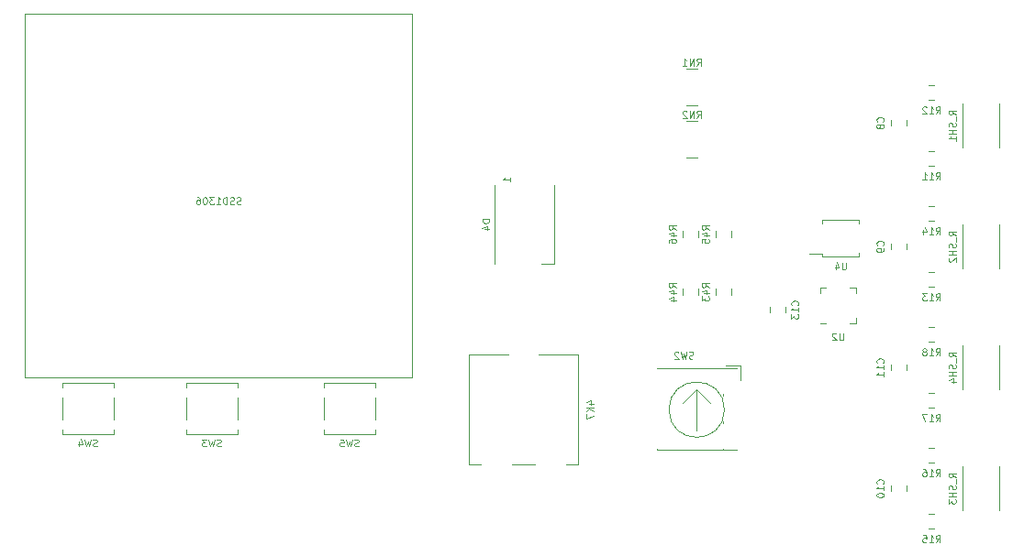
<source format=gbr>
G04 #@! TF.GenerationSoftware,KiCad,Pcbnew,(5.1.0-rc2-41-g6b3e9b0ed)*
G04 #@! TF.CreationDate,2021-09-28T16:44:10+02:00*
G04 #@! TF.ProjectId,styro_control,73747972-6f5f-4636-9f6e-74726f6c2e6b,rev?*
G04 #@! TF.SameCoordinates,Original*
G04 #@! TF.FileFunction,Legend,Bot*
G04 #@! TF.FilePolarity,Positive*
%FSLAX46Y46*%
G04 Gerber Fmt 4.6, Leading zero omitted, Abs format (unit mm)*
G04 Created by KiCad (PCBNEW (5.1.0-rc2-41-g6b3e9b0ed)) date 2021-09-28 16:44:10*
%MOMM*%
%LPD*%
G04 APERTURE LIST*
%ADD10C,0.120000*%
%ADD11C,0.090000*%
G04 APERTURE END LIST*
D10*
X138106000Y-101050000D02*
X136826000Y-102330000D01*
X139386000Y-102330000D02*
X138106000Y-101050000D01*
X138106000Y-101050000D02*
X138106000Y-104890000D01*
X142136000Y-98850000D02*
X140766000Y-98850000D01*
X142136000Y-100220000D02*
X142136000Y-98850000D01*
X140576000Y-104020000D02*
X140576000Y-104260000D01*
X140576000Y-101480000D02*
X140576000Y-101720000D01*
X134436000Y-106640000D02*
X134436000Y-106560000D01*
X141776000Y-106640000D02*
X134436000Y-106640000D01*
X140576000Y-106560000D02*
X140576000Y-106640000D01*
X134436000Y-99100000D02*
X134436000Y-99180000D01*
X141776000Y-99100000D02*
X134436000Y-99100000D01*
X140576000Y-99180000D02*
X140576000Y-99100000D01*
X140666000Y-102970000D02*
G75*
G03X140666000Y-102970000I-2560000J0D01*
G01*
X124924000Y-89502000D02*
X123774000Y-89502000D01*
X124924000Y-82202000D02*
X124924000Y-89502000D01*
X119424000Y-82202000D02*
X119424000Y-89502000D01*
X137168000Y-76298000D02*
X138168000Y-76298000D01*
X137168000Y-79658000D02*
X138168000Y-79658000D01*
X152780000Y-94995000D02*
X152255000Y-94995000D01*
X152780000Y-91695000D02*
X152255000Y-91695000D01*
X149480000Y-91695000D02*
X150005000Y-91695000D01*
X149480000Y-94995000D02*
X150005000Y-94995000D01*
X152780000Y-91695000D02*
X152780000Y-92220000D01*
X149480000Y-91695000D02*
X149480000Y-92220000D01*
X152780000Y-94995000D02*
X152780000Y-94470000D01*
X111830000Y-66385000D02*
X111830000Y-99985000D01*
X76130000Y-99985000D02*
X76130000Y-66385000D01*
X111830000Y-66385000D02*
X76130000Y-66385000D01*
X76130000Y-99985000D02*
X111830000Y-99985000D01*
X103675000Y-101840000D02*
X103675000Y-103900000D01*
X108415000Y-101840000D02*
X108415000Y-103900000D01*
X108415000Y-100500000D02*
X108415000Y-100900000D01*
X103675000Y-100500000D02*
X108415000Y-100500000D01*
X103675000Y-100500000D02*
X103675000Y-100900000D01*
X108415000Y-105240000D02*
X108415000Y-104840000D01*
X103675000Y-105240000D02*
X103675000Y-104840000D01*
X103675000Y-105240000D02*
X108415000Y-105240000D01*
X79545000Y-101840000D02*
X79545000Y-103900000D01*
X84285000Y-101840000D02*
X84285000Y-103900000D01*
X84285000Y-100500000D02*
X84285000Y-100900000D01*
X79545000Y-100500000D02*
X84285000Y-100500000D01*
X79545000Y-100500000D02*
X79545000Y-100900000D01*
X84285000Y-105240000D02*
X84285000Y-104840000D01*
X79545000Y-105240000D02*
X79545000Y-104840000D01*
X79545000Y-105240000D02*
X84285000Y-105240000D01*
X90975000Y-101840000D02*
X90975000Y-103900000D01*
X95715000Y-101840000D02*
X95715000Y-103900000D01*
X95715000Y-100500000D02*
X95715000Y-100900000D01*
X90975000Y-100500000D02*
X95715000Y-100500000D01*
X90975000Y-100500000D02*
X90975000Y-100900000D01*
X95715000Y-105240000D02*
X95715000Y-104840000D01*
X90975000Y-105240000D02*
X90975000Y-104840000D01*
X90975000Y-105240000D02*
X95715000Y-105240000D01*
X137168000Y-71472000D02*
X138168000Y-71472000D01*
X137168000Y-74832000D02*
X138168000Y-74832000D01*
X149709000Y-88572000D02*
X148484000Y-88572000D01*
X149709000Y-85447000D02*
X153059000Y-85447000D01*
X149709000Y-88797000D02*
X153059000Y-88797000D01*
X149709000Y-85447000D02*
X149709000Y-85747000D01*
X153059000Y-85447000D02*
X153059000Y-85747000D01*
X153059000Y-88797000D02*
X153059000Y-88497000D01*
X149709000Y-88797000D02*
X149709000Y-88572000D01*
X120709000Y-97830000D02*
X117114000Y-97830000D01*
X127155000Y-97830000D02*
X123559000Y-97830000D01*
X118209000Y-108070000D02*
X117114000Y-108070000D01*
X123208000Y-108070000D02*
X121059000Y-108070000D01*
X127155000Y-108070000D02*
X126060000Y-108070000D01*
X117114000Y-108070000D02*
X117114000Y-97830000D01*
X127155000Y-108070000D02*
X127155000Y-97830000D01*
X166048000Y-97007936D02*
X166048000Y-101112064D01*
X162628000Y-97007936D02*
X162628000Y-101112064D01*
X166048000Y-108183936D02*
X166048000Y-112288064D01*
X162628000Y-108183936D02*
X162628000Y-112288064D01*
X166048000Y-85831936D02*
X166048000Y-89936064D01*
X162628000Y-85831936D02*
X162628000Y-89936064D01*
X166048000Y-74655936D02*
X166048000Y-78760064D01*
X162628000Y-74655936D02*
X162628000Y-78760064D01*
X138251000Y-86479748D02*
X138251000Y-87002252D01*
X136831000Y-86479748D02*
X136831000Y-87002252D01*
X141299000Y-86479748D02*
X141299000Y-87002252D01*
X139879000Y-86479748D02*
X139879000Y-87002252D01*
X138251000Y-91813748D02*
X138251000Y-92336252D01*
X136831000Y-91813748D02*
X136831000Y-92336252D01*
X141299000Y-91813748D02*
X141299000Y-92336252D01*
X139879000Y-91813748D02*
X139879000Y-92336252D01*
X159495748Y-95302000D02*
X160018252Y-95302000D01*
X159495748Y-96722000D02*
X160018252Y-96722000D01*
X159504748Y-101398000D02*
X160027252Y-101398000D01*
X159504748Y-102818000D02*
X160027252Y-102818000D01*
X159495748Y-106478000D02*
X160018252Y-106478000D01*
X159495748Y-107898000D02*
X160018252Y-107898000D01*
X159504748Y-112574000D02*
X160027252Y-112574000D01*
X159504748Y-113994000D02*
X160027252Y-113994000D01*
X159504748Y-84126000D02*
X160027252Y-84126000D01*
X159504748Y-85546000D02*
X160027252Y-85546000D01*
X159504748Y-90222000D02*
X160027252Y-90222000D01*
X159504748Y-91642000D02*
X160027252Y-91642000D01*
X159504748Y-72950000D02*
X160027252Y-72950000D01*
X159504748Y-74370000D02*
X160027252Y-74370000D01*
X159495748Y-79046000D02*
X160018252Y-79046000D01*
X159495748Y-80466000D02*
X160018252Y-80466000D01*
X144832000Y-93987252D02*
X144832000Y-93464748D01*
X146252000Y-93987252D02*
X146252000Y-93464748D01*
X157428000Y-98798748D02*
X157428000Y-99321252D01*
X156008000Y-98798748D02*
X156008000Y-99321252D01*
X157428000Y-109974748D02*
X157428000Y-110497252D01*
X156008000Y-109974748D02*
X156008000Y-110497252D01*
X157428000Y-87622748D02*
X157428000Y-88145252D01*
X156008000Y-87622748D02*
X156008000Y-88145252D01*
X157428000Y-76192748D02*
X157428000Y-76715252D01*
X156008000Y-76192748D02*
X156008000Y-76715252D01*
D11*
X137772666Y-98233095D02*
X137679809Y-98264047D01*
X137525047Y-98264047D01*
X137463142Y-98233095D01*
X137432190Y-98202142D01*
X137401238Y-98140238D01*
X137401238Y-98078333D01*
X137432190Y-98016428D01*
X137463142Y-97985476D01*
X137525047Y-97954523D01*
X137648857Y-97923571D01*
X137710761Y-97892619D01*
X137741714Y-97861666D01*
X137772666Y-97799761D01*
X137772666Y-97737857D01*
X137741714Y-97675952D01*
X137710761Y-97645000D01*
X137648857Y-97614047D01*
X137494095Y-97614047D01*
X137401238Y-97645000D01*
X137184571Y-97614047D02*
X137029809Y-98264047D01*
X136906000Y-97799761D01*
X136782190Y-98264047D01*
X136627428Y-97614047D01*
X136410761Y-97675952D02*
X136379809Y-97645000D01*
X136317904Y-97614047D01*
X136163142Y-97614047D01*
X136101238Y-97645000D01*
X136070285Y-97675952D01*
X136039333Y-97737857D01*
X136039333Y-97799761D01*
X136070285Y-97892619D01*
X136441714Y-98264047D01*
X136039333Y-98264047D01*
X118968047Y-85372238D02*
X118318047Y-85372238D01*
X118318047Y-85527000D01*
X118349000Y-85619857D01*
X118410904Y-85681761D01*
X118472809Y-85712714D01*
X118596619Y-85743666D01*
X118689476Y-85743666D01*
X118813285Y-85712714D01*
X118875190Y-85681761D01*
X118937095Y-85619857D01*
X118968047Y-85527000D01*
X118968047Y-85372238D01*
X118534714Y-86300809D02*
X118968047Y-86300809D01*
X118287095Y-86146047D02*
X118751380Y-85991285D01*
X118751380Y-86393666D01*
X120868047Y-81887714D02*
X120868047Y-81516285D01*
X120868047Y-81702000D02*
X120218047Y-81702000D01*
X120310904Y-81640095D01*
X120372809Y-81578190D01*
X120403761Y-81516285D01*
X138116809Y-75986047D02*
X138333476Y-75676523D01*
X138488238Y-75986047D02*
X138488238Y-75336047D01*
X138240619Y-75336047D01*
X138178714Y-75367000D01*
X138147761Y-75397952D01*
X138116809Y-75459857D01*
X138116809Y-75552714D01*
X138147761Y-75614619D01*
X138178714Y-75645571D01*
X138240619Y-75676523D01*
X138488238Y-75676523D01*
X137838238Y-75986047D02*
X137838238Y-75336047D01*
X137466809Y-75986047D01*
X137466809Y-75336047D01*
X137188238Y-75397952D02*
X137157285Y-75367000D01*
X137095380Y-75336047D01*
X136940619Y-75336047D01*
X136878714Y-75367000D01*
X136847761Y-75397952D01*
X136816809Y-75459857D01*
X136816809Y-75521761D01*
X136847761Y-75614619D01*
X137219190Y-75986047D01*
X136816809Y-75986047D01*
X151625238Y-95889047D02*
X151625238Y-96415238D01*
X151594285Y-96477142D01*
X151563333Y-96508095D01*
X151501428Y-96539047D01*
X151377619Y-96539047D01*
X151315714Y-96508095D01*
X151284761Y-96477142D01*
X151253809Y-96415238D01*
X151253809Y-95889047D01*
X150975238Y-95950952D02*
X150944285Y-95920000D01*
X150882380Y-95889047D01*
X150727619Y-95889047D01*
X150665714Y-95920000D01*
X150634761Y-95950952D01*
X150603809Y-96012857D01*
X150603809Y-96074761D01*
X150634761Y-96167619D01*
X151006190Y-96539047D01*
X150603809Y-96539047D01*
X96038333Y-83948095D02*
X95945476Y-83979047D01*
X95790714Y-83979047D01*
X95728809Y-83948095D01*
X95697857Y-83917142D01*
X95666904Y-83855238D01*
X95666904Y-83793333D01*
X95697857Y-83731428D01*
X95728809Y-83700476D01*
X95790714Y-83669523D01*
X95914523Y-83638571D01*
X95976428Y-83607619D01*
X96007380Y-83576666D01*
X96038333Y-83514761D01*
X96038333Y-83452857D01*
X96007380Y-83390952D01*
X95976428Y-83360000D01*
X95914523Y-83329047D01*
X95759761Y-83329047D01*
X95666904Y-83360000D01*
X95419285Y-83948095D02*
X95326428Y-83979047D01*
X95171666Y-83979047D01*
X95109761Y-83948095D01*
X95078809Y-83917142D01*
X95047857Y-83855238D01*
X95047857Y-83793333D01*
X95078809Y-83731428D01*
X95109761Y-83700476D01*
X95171666Y-83669523D01*
X95295476Y-83638571D01*
X95357380Y-83607619D01*
X95388333Y-83576666D01*
X95419285Y-83514761D01*
X95419285Y-83452857D01*
X95388333Y-83390952D01*
X95357380Y-83360000D01*
X95295476Y-83329047D01*
X95140714Y-83329047D01*
X95047857Y-83360000D01*
X94769285Y-83979047D02*
X94769285Y-83329047D01*
X94614523Y-83329047D01*
X94521666Y-83360000D01*
X94459761Y-83421904D01*
X94428809Y-83483809D01*
X94397857Y-83607619D01*
X94397857Y-83700476D01*
X94428809Y-83824285D01*
X94459761Y-83886190D01*
X94521666Y-83948095D01*
X94614523Y-83979047D01*
X94769285Y-83979047D01*
X93778809Y-83979047D02*
X94150238Y-83979047D01*
X93964523Y-83979047D02*
X93964523Y-83329047D01*
X94026428Y-83421904D01*
X94088333Y-83483809D01*
X94150238Y-83514761D01*
X93562142Y-83329047D02*
X93159761Y-83329047D01*
X93376428Y-83576666D01*
X93283571Y-83576666D01*
X93221666Y-83607619D01*
X93190714Y-83638571D01*
X93159761Y-83700476D01*
X93159761Y-83855238D01*
X93190714Y-83917142D01*
X93221666Y-83948095D01*
X93283571Y-83979047D01*
X93469285Y-83979047D01*
X93531190Y-83948095D01*
X93562142Y-83917142D01*
X92757380Y-83329047D02*
X92695476Y-83329047D01*
X92633571Y-83360000D01*
X92602619Y-83390952D01*
X92571666Y-83452857D01*
X92540714Y-83576666D01*
X92540714Y-83731428D01*
X92571666Y-83855238D01*
X92602619Y-83917142D01*
X92633571Y-83948095D01*
X92695476Y-83979047D01*
X92757380Y-83979047D01*
X92819285Y-83948095D01*
X92850238Y-83917142D01*
X92881190Y-83855238D01*
X92912142Y-83731428D01*
X92912142Y-83576666D01*
X92881190Y-83452857D01*
X92850238Y-83390952D01*
X92819285Y-83360000D01*
X92757380Y-83329047D01*
X91983571Y-83329047D02*
X92107380Y-83329047D01*
X92169285Y-83360000D01*
X92200238Y-83390952D01*
X92262142Y-83483809D01*
X92293095Y-83607619D01*
X92293095Y-83855238D01*
X92262142Y-83917142D01*
X92231190Y-83948095D01*
X92169285Y-83979047D01*
X92045476Y-83979047D01*
X91983571Y-83948095D01*
X91952619Y-83917142D01*
X91921666Y-83855238D01*
X91921666Y-83700476D01*
X91952619Y-83638571D01*
X91983571Y-83607619D01*
X92045476Y-83576666D01*
X92169285Y-83576666D01*
X92231190Y-83607619D01*
X92262142Y-83638571D01*
X92293095Y-83700476D01*
X106911666Y-106333095D02*
X106818809Y-106364047D01*
X106664047Y-106364047D01*
X106602142Y-106333095D01*
X106571190Y-106302142D01*
X106540238Y-106240238D01*
X106540238Y-106178333D01*
X106571190Y-106116428D01*
X106602142Y-106085476D01*
X106664047Y-106054523D01*
X106787857Y-106023571D01*
X106849761Y-105992619D01*
X106880714Y-105961666D01*
X106911666Y-105899761D01*
X106911666Y-105837857D01*
X106880714Y-105775952D01*
X106849761Y-105745000D01*
X106787857Y-105714047D01*
X106633095Y-105714047D01*
X106540238Y-105745000D01*
X106323571Y-105714047D02*
X106168809Y-106364047D01*
X106045000Y-105899761D01*
X105921190Y-106364047D01*
X105766428Y-105714047D01*
X105209285Y-105714047D02*
X105518809Y-105714047D01*
X105549761Y-106023571D01*
X105518809Y-105992619D01*
X105456904Y-105961666D01*
X105302142Y-105961666D01*
X105240238Y-105992619D01*
X105209285Y-106023571D01*
X105178333Y-106085476D01*
X105178333Y-106240238D01*
X105209285Y-106302142D01*
X105240238Y-106333095D01*
X105302142Y-106364047D01*
X105456904Y-106364047D01*
X105518809Y-106333095D01*
X105549761Y-106302142D01*
X82781666Y-106333095D02*
X82688809Y-106364047D01*
X82534047Y-106364047D01*
X82472142Y-106333095D01*
X82441190Y-106302142D01*
X82410238Y-106240238D01*
X82410238Y-106178333D01*
X82441190Y-106116428D01*
X82472142Y-106085476D01*
X82534047Y-106054523D01*
X82657857Y-106023571D01*
X82719761Y-105992619D01*
X82750714Y-105961666D01*
X82781666Y-105899761D01*
X82781666Y-105837857D01*
X82750714Y-105775952D01*
X82719761Y-105745000D01*
X82657857Y-105714047D01*
X82503095Y-105714047D01*
X82410238Y-105745000D01*
X82193571Y-105714047D02*
X82038809Y-106364047D01*
X81915000Y-105899761D01*
X81791190Y-106364047D01*
X81636428Y-105714047D01*
X81110238Y-105930714D02*
X81110238Y-106364047D01*
X81265000Y-105683095D02*
X81419761Y-106147380D01*
X81017380Y-106147380D01*
X94211666Y-106333095D02*
X94118809Y-106364047D01*
X93964047Y-106364047D01*
X93902142Y-106333095D01*
X93871190Y-106302142D01*
X93840238Y-106240238D01*
X93840238Y-106178333D01*
X93871190Y-106116428D01*
X93902142Y-106085476D01*
X93964047Y-106054523D01*
X94087857Y-106023571D01*
X94149761Y-105992619D01*
X94180714Y-105961666D01*
X94211666Y-105899761D01*
X94211666Y-105837857D01*
X94180714Y-105775952D01*
X94149761Y-105745000D01*
X94087857Y-105714047D01*
X93933095Y-105714047D01*
X93840238Y-105745000D01*
X93623571Y-105714047D02*
X93468809Y-106364047D01*
X93345000Y-105899761D01*
X93221190Y-106364047D01*
X93066428Y-105714047D01*
X92880714Y-105714047D02*
X92478333Y-105714047D01*
X92695000Y-105961666D01*
X92602142Y-105961666D01*
X92540238Y-105992619D01*
X92509285Y-106023571D01*
X92478333Y-106085476D01*
X92478333Y-106240238D01*
X92509285Y-106302142D01*
X92540238Y-106333095D01*
X92602142Y-106364047D01*
X92787857Y-106364047D01*
X92849761Y-106333095D01*
X92880714Y-106302142D01*
X138116809Y-71160047D02*
X138333476Y-70850523D01*
X138488238Y-71160047D02*
X138488238Y-70510047D01*
X138240619Y-70510047D01*
X138178714Y-70541000D01*
X138147761Y-70571952D01*
X138116809Y-70633857D01*
X138116809Y-70726714D01*
X138147761Y-70788619D01*
X138178714Y-70819571D01*
X138240619Y-70850523D01*
X138488238Y-70850523D01*
X137838238Y-71160047D02*
X137838238Y-70510047D01*
X137466809Y-71160047D01*
X137466809Y-70510047D01*
X136816809Y-71160047D02*
X137188238Y-71160047D01*
X137002523Y-71160047D02*
X137002523Y-70510047D01*
X137064428Y-70602904D01*
X137126333Y-70664809D01*
X137188238Y-70695761D01*
X151879238Y-89366047D02*
X151879238Y-89892238D01*
X151848285Y-89954142D01*
X151817333Y-89985095D01*
X151755428Y-90016047D01*
X151631619Y-90016047D01*
X151569714Y-89985095D01*
X151538761Y-89954142D01*
X151507809Y-89892238D01*
X151507809Y-89366047D01*
X150919714Y-89582714D02*
X150919714Y-90016047D01*
X151074476Y-89335095D02*
X151229238Y-89799380D01*
X150826857Y-89799380D01*
X128144714Y-102439285D02*
X128578047Y-102439285D01*
X127897095Y-102284523D02*
X128361380Y-102129761D01*
X128361380Y-102532142D01*
X128578047Y-102779761D02*
X127928047Y-102779761D01*
X128578047Y-103151190D02*
X128206619Y-102872619D01*
X127928047Y-103151190D02*
X128299476Y-102779761D01*
X127928047Y-103367857D02*
X127928047Y-103801190D01*
X128578047Y-103522619D01*
X162012047Y-98054047D02*
X161702523Y-97837380D01*
X162012047Y-97682619D02*
X161362047Y-97682619D01*
X161362047Y-97930238D01*
X161393000Y-97992142D01*
X161423952Y-98023095D01*
X161485857Y-98054047D01*
X161578714Y-98054047D01*
X161640619Y-98023095D01*
X161671571Y-97992142D01*
X161702523Y-97930238D01*
X161702523Y-97682619D01*
X162073952Y-98177857D02*
X162073952Y-98673095D01*
X161981095Y-98796904D02*
X162012047Y-98889761D01*
X162012047Y-99044523D01*
X161981095Y-99106428D01*
X161950142Y-99137380D01*
X161888238Y-99168333D01*
X161826333Y-99168333D01*
X161764428Y-99137380D01*
X161733476Y-99106428D01*
X161702523Y-99044523D01*
X161671571Y-98920714D01*
X161640619Y-98858809D01*
X161609666Y-98827857D01*
X161547761Y-98796904D01*
X161485857Y-98796904D01*
X161423952Y-98827857D01*
X161393000Y-98858809D01*
X161362047Y-98920714D01*
X161362047Y-99075476D01*
X161393000Y-99168333D01*
X162012047Y-99446904D02*
X161362047Y-99446904D01*
X161671571Y-99446904D02*
X161671571Y-99818333D01*
X162012047Y-99818333D02*
X161362047Y-99818333D01*
X161578714Y-100406428D02*
X162012047Y-100406428D01*
X161331095Y-100251666D02*
X161795380Y-100096904D01*
X161795380Y-100499285D01*
X162012047Y-109230047D02*
X161702523Y-109013380D01*
X162012047Y-108858619D02*
X161362047Y-108858619D01*
X161362047Y-109106238D01*
X161393000Y-109168142D01*
X161423952Y-109199095D01*
X161485857Y-109230047D01*
X161578714Y-109230047D01*
X161640619Y-109199095D01*
X161671571Y-109168142D01*
X161702523Y-109106238D01*
X161702523Y-108858619D01*
X162073952Y-109353857D02*
X162073952Y-109849095D01*
X161981095Y-109972904D02*
X162012047Y-110065761D01*
X162012047Y-110220523D01*
X161981095Y-110282428D01*
X161950142Y-110313380D01*
X161888238Y-110344333D01*
X161826333Y-110344333D01*
X161764428Y-110313380D01*
X161733476Y-110282428D01*
X161702523Y-110220523D01*
X161671571Y-110096714D01*
X161640619Y-110034809D01*
X161609666Y-110003857D01*
X161547761Y-109972904D01*
X161485857Y-109972904D01*
X161423952Y-110003857D01*
X161393000Y-110034809D01*
X161362047Y-110096714D01*
X161362047Y-110251476D01*
X161393000Y-110344333D01*
X162012047Y-110622904D02*
X161362047Y-110622904D01*
X161671571Y-110622904D02*
X161671571Y-110994333D01*
X162012047Y-110994333D02*
X161362047Y-110994333D01*
X161362047Y-111241952D02*
X161362047Y-111644333D01*
X161609666Y-111427666D01*
X161609666Y-111520523D01*
X161640619Y-111582428D01*
X161671571Y-111613380D01*
X161733476Y-111644333D01*
X161888238Y-111644333D01*
X161950142Y-111613380D01*
X161981095Y-111582428D01*
X162012047Y-111520523D01*
X162012047Y-111334809D01*
X161981095Y-111272904D01*
X161950142Y-111241952D01*
X162012047Y-86878047D02*
X161702523Y-86661380D01*
X162012047Y-86506619D02*
X161362047Y-86506619D01*
X161362047Y-86754238D01*
X161393000Y-86816142D01*
X161423952Y-86847095D01*
X161485857Y-86878047D01*
X161578714Y-86878047D01*
X161640619Y-86847095D01*
X161671571Y-86816142D01*
X161702523Y-86754238D01*
X161702523Y-86506619D01*
X162073952Y-87001857D02*
X162073952Y-87497095D01*
X161981095Y-87620904D02*
X162012047Y-87713761D01*
X162012047Y-87868523D01*
X161981095Y-87930428D01*
X161950142Y-87961380D01*
X161888238Y-87992333D01*
X161826333Y-87992333D01*
X161764428Y-87961380D01*
X161733476Y-87930428D01*
X161702523Y-87868523D01*
X161671571Y-87744714D01*
X161640619Y-87682809D01*
X161609666Y-87651857D01*
X161547761Y-87620904D01*
X161485857Y-87620904D01*
X161423952Y-87651857D01*
X161393000Y-87682809D01*
X161362047Y-87744714D01*
X161362047Y-87899476D01*
X161393000Y-87992333D01*
X162012047Y-88270904D02*
X161362047Y-88270904D01*
X161671571Y-88270904D02*
X161671571Y-88642333D01*
X162012047Y-88642333D02*
X161362047Y-88642333D01*
X161423952Y-88920904D02*
X161393000Y-88951857D01*
X161362047Y-89013761D01*
X161362047Y-89168523D01*
X161393000Y-89230428D01*
X161423952Y-89261380D01*
X161485857Y-89292333D01*
X161547761Y-89292333D01*
X161640619Y-89261380D01*
X162012047Y-88889952D01*
X162012047Y-89292333D01*
X162012047Y-75702047D02*
X161702523Y-75485380D01*
X162012047Y-75330619D02*
X161362047Y-75330619D01*
X161362047Y-75578238D01*
X161393000Y-75640142D01*
X161423952Y-75671095D01*
X161485857Y-75702047D01*
X161578714Y-75702047D01*
X161640619Y-75671095D01*
X161671571Y-75640142D01*
X161702523Y-75578238D01*
X161702523Y-75330619D01*
X162073952Y-75825857D02*
X162073952Y-76321095D01*
X161981095Y-76444904D02*
X162012047Y-76537761D01*
X162012047Y-76692523D01*
X161981095Y-76754428D01*
X161950142Y-76785380D01*
X161888238Y-76816333D01*
X161826333Y-76816333D01*
X161764428Y-76785380D01*
X161733476Y-76754428D01*
X161702523Y-76692523D01*
X161671571Y-76568714D01*
X161640619Y-76506809D01*
X161609666Y-76475857D01*
X161547761Y-76444904D01*
X161485857Y-76444904D01*
X161423952Y-76475857D01*
X161393000Y-76506809D01*
X161362047Y-76568714D01*
X161362047Y-76723476D01*
X161393000Y-76816333D01*
X162012047Y-77094904D02*
X161362047Y-77094904D01*
X161671571Y-77094904D02*
X161671571Y-77466333D01*
X162012047Y-77466333D02*
X161362047Y-77466333D01*
X162012047Y-78116333D02*
X162012047Y-77744904D01*
X162012047Y-77930619D02*
X161362047Y-77930619D01*
X161454904Y-77868714D01*
X161516809Y-77806809D01*
X161547761Y-77744904D01*
X136185047Y-86323142D02*
X135875523Y-86106476D01*
X136185047Y-85951714D02*
X135535047Y-85951714D01*
X135535047Y-86199333D01*
X135566000Y-86261238D01*
X135596952Y-86292190D01*
X135658857Y-86323142D01*
X135751714Y-86323142D01*
X135813619Y-86292190D01*
X135844571Y-86261238D01*
X135875523Y-86199333D01*
X135875523Y-85951714D01*
X135751714Y-86880285D02*
X136185047Y-86880285D01*
X135504095Y-86725523D02*
X135968380Y-86570761D01*
X135968380Y-86973142D01*
X135535047Y-87499333D02*
X135535047Y-87375523D01*
X135566000Y-87313619D01*
X135596952Y-87282666D01*
X135689809Y-87220761D01*
X135813619Y-87189809D01*
X136061238Y-87189809D01*
X136123142Y-87220761D01*
X136154095Y-87251714D01*
X136185047Y-87313619D01*
X136185047Y-87437428D01*
X136154095Y-87499333D01*
X136123142Y-87530285D01*
X136061238Y-87561238D01*
X135906476Y-87561238D01*
X135844571Y-87530285D01*
X135813619Y-87499333D01*
X135782666Y-87437428D01*
X135782666Y-87313619D01*
X135813619Y-87251714D01*
X135844571Y-87220761D01*
X135906476Y-87189809D01*
X139233047Y-86323142D02*
X138923523Y-86106476D01*
X139233047Y-85951714D02*
X138583047Y-85951714D01*
X138583047Y-86199333D01*
X138614000Y-86261238D01*
X138644952Y-86292190D01*
X138706857Y-86323142D01*
X138799714Y-86323142D01*
X138861619Y-86292190D01*
X138892571Y-86261238D01*
X138923523Y-86199333D01*
X138923523Y-85951714D01*
X138799714Y-86880285D02*
X139233047Y-86880285D01*
X138552095Y-86725523D02*
X139016380Y-86570761D01*
X139016380Y-86973142D01*
X138583047Y-87530285D02*
X138583047Y-87220761D01*
X138892571Y-87189809D01*
X138861619Y-87220761D01*
X138830666Y-87282666D01*
X138830666Y-87437428D01*
X138861619Y-87499333D01*
X138892571Y-87530285D01*
X138954476Y-87561238D01*
X139109238Y-87561238D01*
X139171142Y-87530285D01*
X139202095Y-87499333D01*
X139233047Y-87437428D01*
X139233047Y-87282666D01*
X139202095Y-87220761D01*
X139171142Y-87189809D01*
X136185047Y-91657142D02*
X135875523Y-91440476D01*
X136185047Y-91285714D02*
X135535047Y-91285714D01*
X135535047Y-91533333D01*
X135566000Y-91595238D01*
X135596952Y-91626190D01*
X135658857Y-91657142D01*
X135751714Y-91657142D01*
X135813619Y-91626190D01*
X135844571Y-91595238D01*
X135875523Y-91533333D01*
X135875523Y-91285714D01*
X135751714Y-92214285D02*
X136185047Y-92214285D01*
X135504095Y-92059523D02*
X135968380Y-91904761D01*
X135968380Y-92307142D01*
X135751714Y-92833333D02*
X136185047Y-92833333D01*
X135504095Y-92678571D02*
X135968380Y-92523809D01*
X135968380Y-92926190D01*
X139233047Y-91657142D02*
X138923523Y-91440476D01*
X139233047Y-91285714D02*
X138583047Y-91285714D01*
X138583047Y-91533333D01*
X138614000Y-91595238D01*
X138644952Y-91626190D01*
X138706857Y-91657142D01*
X138799714Y-91657142D01*
X138861619Y-91626190D01*
X138892571Y-91595238D01*
X138923523Y-91533333D01*
X138923523Y-91285714D01*
X138799714Y-92214285D02*
X139233047Y-92214285D01*
X138552095Y-92059523D02*
X139016380Y-91904761D01*
X139016380Y-92307142D01*
X138583047Y-92492857D02*
X138583047Y-92895238D01*
X138830666Y-92678571D01*
X138830666Y-92771428D01*
X138861619Y-92833333D01*
X138892571Y-92864285D01*
X138954476Y-92895238D01*
X139109238Y-92895238D01*
X139171142Y-92864285D01*
X139202095Y-92833333D01*
X139233047Y-92771428D01*
X139233047Y-92585714D01*
X139202095Y-92523809D01*
X139171142Y-92492857D01*
X160174857Y-97956047D02*
X160391523Y-97646523D01*
X160546285Y-97956047D02*
X160546285Y-97306047D01*
X160298666Y-97306047D01*
X160236761Y-97337000D01*
X160205809Y-97367952D01*
X160174857Y-97429857D01*
X160174857Y-97522714D01*
X160205809Y-97584619D01*
X160236761Y-97615571D01*
X160298666Y-97646523D01*
X160546285Y-97646523D01*
X159555809Y-97956047D02*
X159927238Y-97956047D01*
X159741523Y-97956047D02*
X159741523Y-97306047D01*
X159803428Y-97398904D01*
X159865333Y-97460809D01*
X159927238Y-97491761D01*
X159184380Y-97584619D02*
X159246285Y-97553666D01*
X159277238Y-97522714D01*
X159308190Y-97460809D01*
X159308190Y-97429857D01*
X159277238Y-97367952D01*
X159246285Y-97337000D01*
X159184380Y-97306047D01*
X159060571Y-97306047D01*
X158998666Y-97337000D01*
X158967714Y-97367952D01*
X158936761Y-97429857D01*
X158936761Y-97460809D01*
X158967714Y-97522714D01*
X158998666Y-97553666D01*
X159060571Y-97584619D01*
X159184380Y-97584619D01*
X159246285Y-97615571D01*
X159277238Y-97646523D01*
X159308190Y-97708428D01*
X159308190Y-97832238D01*
X159277238Y-97894142D01*
X159246285Y-97925095D01*
X159184380Y-97956047D01*
X159060571Y-97956047D01*
X158998666Y-97925095D01*
X158967714Y-97894142D01*
X158936761Y-97832238D01*
X158936761Y-97708428D01*
X158967714Y-97646523D01*
X158998666Y-97615571D01*
X159060571Y-97584619D01*
X160183857Y-104052047D02*
X160400523Y-103742523D01*
X160555285Y-104052047D02*
X160555285Y-103402047D01*
X160307666Y-103402047D01*
X160245761Y-103433000D01*
X160214809Y-103463952D01*
X160183857Y-103525857D01*
X160183857Y-103618714D01*
X160214809Y-103680619D01*
X160245761Y-103711571D01*
X160307666Y-103742523D01*
X160555285Y-103742523D01*
X159564809Y-104052047D02*
X159936238Y-104052047D01*
X159750523Y-104052047D02*
X159750523Y-103402047D01*
X159812428Y-103494904D01*
X159874333Y-103556809D01*
X159936238Y-103587761D01*
X159348142Y-103402047D02*
X158914809Y-103402047D01*
X159193380Y-104052047D01*
X160174857Y-109132047D02*
X160391523Y-108822523D01*
X160546285Y-109132047D02*
X160546285Y-108482047D01*
X160298666Y-108482047D01*
X160236761Y-108513000D01*
X160205809Y-108543952D01*
X160174857Y-108605857D01*
X160174857Y-108698714D01*
X160205809Y-108760619D01*
X160236761Y-108791571D01*
X160298666Y-108822523D01*
X160546285Y-108822523D01*
X159555809Y-109132047D02*
X159927238Y-109132047D01*
X159741523Y-109132047D02*
X159741523Y-108482047D01*
X159803428Y-108574904D01*
X159865333Y-108636809D01*
X159927238Y-108667761D01*
X158998666Y-108482047D02*
X159122476Y-108482047D01*
X159184380Y-108513000D01*
X159215333Y-108543952D01*
X159277238Y-108636809D01*
X159308190Y-108760619D01*
X159308190Y-109008238D01*
X159277238Y-109070142D01*
X159246285Y-109101095D01*
X159184380Y-109132047D01*
X159060571Y-109132047D01*
X158998666Y-109101095D01*
X158967714Y-109070142D01*
X158936761Y-109008238D01*
X158936761Y-108853476D01*
X158967714Y-108791571D01*
X158998666Y-108760619D01*
X159060571Y-108729666D01*
X159184380Y-108729666D01*
X159246285Y-108760619D01*
X159277238Y-108791571D01*
X159308190Y-108853476D01*
X160183857Y-115228047D02*
X160400523Y-114918523D01*
X160555285Y-115228047D02*
X160555285Y-114578047D01*
X160307666Y-114578047D01*
X160245761Y-114609000D01*
X160214809Y-114639952D01*
X160183857Y-114701857D01*
X160183857Y-114794714D01*
X160214809Y-114856619D01*
X160245761Y-114887571D01*
X160307666Y-114918523D01*
X160555285Y-114918523D01*
X159564809Y-115228047D02*
X159936238Y-115228047D01*
X159750523Y-115228047D02*
X159750523Y-114578047D01*
X159812428Y-114670904D01*
X159874333Y-114732809D01*
X159936238Y-114763761D01*
X158976714Y-114578047D02*
X159286238Y-114578047D01*
X159317190Y-114887571D01*
X159286238Y-114856619D01*
X159224333Y-114825666D01*
X159069571Y-114825666D01*
X159007666Y-114856619D01*
X158976714Y-114887571D01*
X158945761Y-114949476D01*
X158945761Y-115104238D01*
X158976714Y-115166142D01*
X159007666Y-115197095D01*
X159069571Y-115228047D01*
X159224333Y-115228047D01*
X159286238Y-115197095D01*
X159317190Y-115166142D01*
X160183857Y-86780047D02*
X160400523Y-86470523D01*
X160555285Y-86780047D02*
X160555285Y-86130047D01*
X160307666Y-86130047D01*
X160245761Y-86161000D01*
X160214809Y-86191952D01*
X160183857Y-86253857D01*
X160183857Y-86346714D01*
X160214809Y-86408619D01*
X160245761Y-86439571D01*
X160307666Y-86470523D01*
X160555285Y-86470523D01*
X159564809Y-86780047D02*
X159936238Y-86780047D01*
X159750523Y-86780047D02*
X159750523Y-86130047D01*
X159812428Y-86222904D01*
X159874333Y-86284809D01*
X159936238Y-86315761D01*
X159007666Y-86346714D02*
X159007666Y-86780047D01*
X159162428Y-86099095D02*
X159317190Y-86563380D01*
X158914809Y-86563380D01*
X160183857Y-92876047D02*
X160400523Y-92566523D01*
X160555285Y-92876047D02*
X160555285Y-92226047D01*
X160307666Y-92226047D01*
X160245761Y-92257000D01*
X160214809Y-92287952D01*
X160183857Y-92349857D01*
X160183857Y-92442714D01*
X160214809Y-92504619D01*
X160245761Y-92535571D01*
X160307666Y-92566523D01*
X160555285Y-92566523D01*
X159564809Y-92876047D02*
X159936238Y-92876047D01*
X159750523Y-92876047D02*
X159750523Y-92226047D01*
X159812428Y-92318904D01*
X159874333Y-92380809D01*
X159936238Y-92411761D01*
X159348142Y-92226047D02*
X158945761Y-92226047D01*
X159162428Y-92473666D01*
X159069571Y-92473666D01*
X159007666Y-92504619D01*
X158976714Y-92535571D01*
X158945761Y-92597476D01*
X158945761Y-92752238D01*
X158976714Y-92814142D01*
X159007666Y-92845095D01*
X159069571Y-92876047D01*
X159255285Y-92876047D01*
X159317190Y-92845095D01*
X159348142Y-92814142D01*
X160183857Y-75604047D02*
X160400523Y-75294523D01*
X160555285Y-75604047D02*
X160555285Y-74954047D01*
X160307666Y-74954047D01*
X160245761Y-74985000D01*
X160214809Y-75015952D01*
X160183857Y-75077857D01*
X160183857Y-75170714D01*
X160214809Y-75232619D01*
X160245761Y-75263571D01*
X160307666Y-75294523D01*
X160555285Y-75294523D01*
X159564809Y-75604047D02*
X159936238Y-75604047D01*
X159750523Y-75604047D02*
X159750523Y-74954047D01*
X159812428Y-75046904D01*
X159874333Y-75108809D01*
X159936238Y-75139761D01*
X159317190Y-75015952D02*
X159286238Y-74985000D01*
X159224333Y-74954047D01*
X159069571Y-74954047D01*
X159007666Y-74985000D01*
X158976714Y-75015952D01*
X158945761Y-75077857D01*
X158945761Y-75139761D01*
X158976714Y-75232619D01*
X159348142Y-75604047D01*
X158945761Y-75604047D01*
X160174857Y-81700047D02*
X160391523Y-81390523D01*
X160546285Y-81700047D02*
X160546285Y-81050047D01*
X160298666Y-81050047D01*
X160236761Y-81081000D01*
X160205809Y-81111952D01*
X160174857Y-81173857D01*
X160174857Y-81266714D01*
X160205809Y-81328619D01*
X160236761Y-81359571D01*
X160298666Y-81390523D01*
X160546285Y-81390523D01*
X159555809Y-81700047D02*
X159927238Y-81700047D01*
X159741523Y-81700047D02*
X159741523Y-81050047D01*
X159803428Y-81142904D01*
X159865333Y-81204809D01*
X159927238Y-81235761D01*
X158936761Y-81700047D02*
X159308190Y-81700047D01*
X159122476Y-81700047D02*
X159122476Y-81050047D01*
X159184380Y-81142904D01*
X159246285Y-81204809D01*
X159308190Y-81235761D01*
X147424142Y-93308142D02*
X147455095Y-93277190D01*
X147486047Y-93184333D01*
X147486047Y-93122428D01*
X147455095Y-93029571D01*
X147393190Y-92967666D01*
X147331285Y-92936714D01*
X147207476Y-92905761D01*
X147114619Y-92905761D01*
X146990809Y-92936714D01*
X146928904Y-92967666D01*
X146867000Y-93029571D01*
X146836047Y-93122428D01*
X146836047Y-93184333D01*
X146867000Y-93277190D01*
X146897952Y-93308142D01*
X147486047Y-93927190D02*
X147486047Y-93555761D01*
X147486047Y-93741476D02*
X146836047Y-93741476D01*
X146928904Y-93679571D01*
X146990809Y-93617666D01*
X147021761Y-93555761D01*
X146836047Y-94143857D02*
X146836047Y-94546238D01*
X147083666Y-94329571D01*
X147083666Y-94422428D01*
X147114619Y-94484333D01*
X147145571Y-94515285D01*
X147207476Y-94546238D01*
X147362238Y-94546238D01*
X147424142Y-94515285D01*
X147455095Y-94484333D01*
X147486047Y-94422428D01*
X147486047Y-94236714D01*
X147455095Y-94174809D01*
X147424142Y-94143857D01*
X155300142Y-98642142D02*
X155331095Y-98611190D01*
X155362047Y-98518333D01*
X155362047Y-98456428D01*
X155331095Y-98363571D01*
X155269190Y-98301666D01*
X155207285Y-98270714D01*
X155083476Y-98239761D01*
X154990619Y-98239761D01*
X154866809Y-98270714D01*
X154804904Y-98301666D01*
X154743000Y-98363571D01*
X154712047Y-98456428D01*
X154712047Y-98518333D01*
X154743000Y-98611190D01*
X154773952Y-98642142D01*
X155362047Y-99261190D02*
X155362047Y-98889761D01*
X155362047Y-99075476D02*
X154712047Y-99075476D01*
X154804904Y-99013571D01*
X154866809Y-98951666D01*
X154897761Y-98889761D01*
X155362047Y-99880238D02*
X155362047Y-99508809D01*
X155362047Y-99694523D02*
X154712047Y-99694523D01*
X154804904Y-99632619D01*
X154866809Y-99570714D01*
X154897761Y-99508809D01*
X155300142Y-109818142D02*
X155331095Y-109787190D01*
X155362047Y-109694333D01*
X155362047Y-109632428D01*
X155331095Y-109539571D01*
X155269190Y-109477666D01*
X155207285Y-109446714D01*
X155083476Y-109415761D01*
X154990619Y-109415761D01*
X154866809Y-109446714D01*
X154804904Y-109477666D01*
X154743000Y-109539571D01*
X154712047Y-109632428D01*
X154712047Y-109694333D01*
X154743000Y-109787190D01*
X154773952Y-109818142D01*
X155362047Y-110437190D02*
X155362047Y-110065761D01*
X155362047Y-110251476D02*
X154712047Y-110251476D01*
X154804904Y-110189571D01*
X154866809Y-110127666D01*
X154897761Y-110065761D01*
X154712047Y-110839571D02*
X154712047Y-110901476D01*
X154743000Y-110963380D01*
X154773952Y-110994333D01*
X154835857Y-111025285D01*
X154959666Y-111056238D01*
X155114428Y-111056238D01*
X155238238Y-111025285D01*
X155300142Y-110994333D01*
X155331095Y-110963380D01*
X155362047Y-110901476D01*
X155362047Y-110839571D01*
X155331095Y-110777666D01*
X155300142Y-110746714D01*
X155238238Y-110715761D01*
X155114428Y-110684809D01*
X154959666Y-110684809D01*
X154835857Y-110715761D01*
X154773952Y-110746714D01*
X154743000Y-110777666D01*
X154712047Y-110839571D01*
X155300142Y-87775666D02*
X155331095Y-87744714D01*
X155362047Y-87651857D01*
X155362047Y-87589952D01*
X155331095Y-87497095D01*
X155269190Y-87435190D01*
X155207285Y-87404238D01*
X155083476Y-87373285D01*
X154990619Y-87373285D01*
X154866809Y-87404238D01*
X154804904Y-87435190D01*
X154743000Y-87497095D01*
X154712047Y-87589952D01*
X154712047Y-87651857D01*
X154743000Y-87744714D01*
X154773952Y-87775666D01*
X155362047Y-88085190D02*
X155362047Y-88209000D01*
X155331095Y-88270904D01*
X155300142Y-88301857D01*
X155207285Y-88363761D01*
X155083476Y-88394714D01*
X154835857Y-88394714D01*
X154773952Y-88363761D01*
X154743000Y-88332809D01*
X154712047Y-88270904D01*
X154712047Y-88147095D01*
X154743000Y-88085190D01*
X154773952Y-88054238D01*
X154835857Y-88023285D01*
X154990619Y-88023285D01*
X155052523Y-88054238D01*
X155083476Y-88085190D01*
X155114428Y-88147095D01*
X155114428Y-88270904D01*
X155083476Y-88332809D01*
X155052523Y-88363761D01*
X154990619Y-88394714D01*
X155300142Y-76345666D02*
X155331095Y-76314714D01*
X155362047Y-76221857D01*
X155362047Y-76159952D01*
X155331095Y-76067095D01*
X155269190Y-76005190D01*
X155207285Y-75974238D01*
X155083476Y-75943285D01*
X154990619Y-75943285D01*
X154866809Y-75974238D01*
X154804904Y-76005190D01*
X154743000Y-76067095D01*
X154712047Y-76159952D01*
X154712047Y-76221857D01*
X154743000Y-76314714D01*
X154773952Y-76345666D01*
X154990619Y-76717095D02*
X154959666Y-76655190D01*
X154928714Y-76624238D01*
X154866809Y-76593285D01*
X154835857Y-76593285D01*
X154773952Y-76624238D01*
X154743000Y-76655190D01*
X154712047Y-76717095D01*
X154712047Y-76840904D01*
X154743000Y-76902809D01*
X154773952Y-76933761D01*
X154835857Y-76964714D01*
X154866809Y-76964714D01*
X154928714Y-76933761D01*
X154959666Y-76902809D01*
X154990619Y-76840904D01*
X154990619Y-76717095D01*
X155021571Y-76655190D01*
X155052523Y-76624238D01*
X155114428Y-76593285D01*
X155238238Y-76593285D01*
X155300142Y-76624238D01*
X155331095Y-76655190D01*
X155362047Y-76717095D01*
X155362047Y-76840904D01*
X155331095Y-76902809D01*
X155300142Y-76933761D01*
X155238238Y-76964714D01*
X155114428Y-76964714D01*
X155052523Y-76933761D01*
X155021571Y-76902809D01*
X154990619Y-76840904D01*
M02*

</source>
